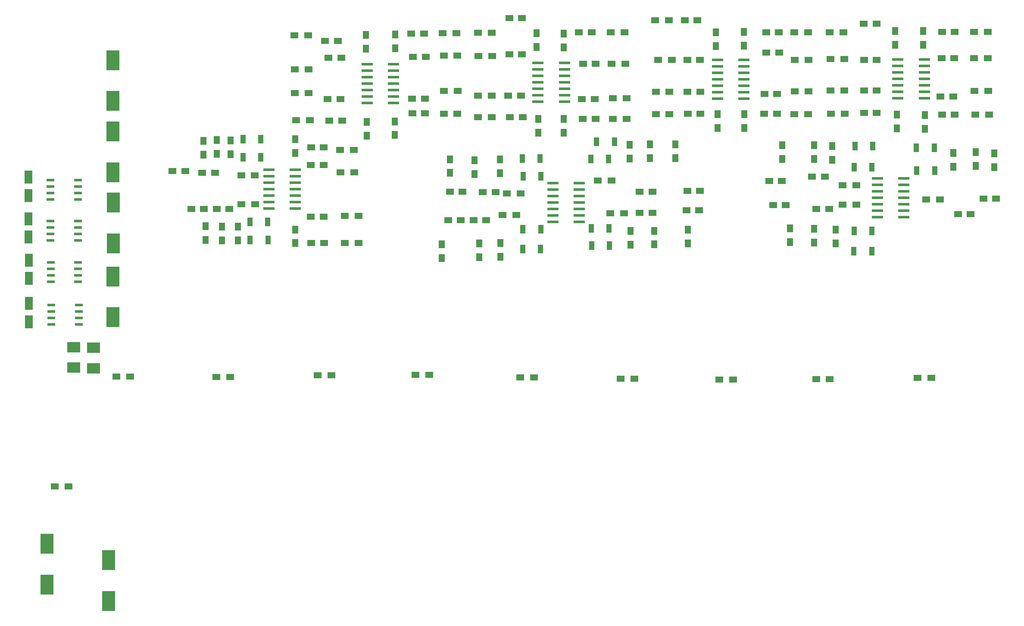
<source format=gbr>
G04 #@! TF.FileFunction,Paste,Bot*
%FSLAX46Y46*%
G04 Gerber Fmt 4.6, Leading zero omitted, Abs format (unit mm)*
G04 Created by KiCad (PCBNEW 4.0.7) date 06/13/18 12:32:35*
%MOMM*%
%LPD*%
G01*
G04 APERTURE LIST*
%ADD10C,0.100000*%
%ADD11R,2.200000X0.600000*%
%ADD12R,1.000000X1.750000*%
%ADD13R,1.500000X1.300000*%
%ADD14R,1.550000X0.600000*%
%ADD15R,1.300000X1.500000*%
%ADD16R,2.500000X4.000000*%
%ADD17R,1.500000X1.250000*%
%ADD18R,1.600000X2.600000*%
%ADD19R,2.500000X2.000000*%
G04 APERTURE END LIST*
D10*
D11*
X189250000Y-81020000D03*
X184050000Y-81020000D03*
X189250000Y-79750000D03*
X189250000Y-82290000D03*
X189250000Y-83560000D03*
X184050000Y-79750000D03*
X184050000Y-82290000D03*
X184050000Y-83560000D03*
X189250000Y-86100000D03*
X184050000Y-86100000D03*
X189250000Y-84830000D03*
X189250000Y-87370000D03*
X184050000Y-84830000D03*
X184050000Y-87370000D03*
D12*
X283375000Y-95825000D03*
X279875000Y-95825000D03*
D13*
X303400000Y-85000000D03*
X306100000Y-85000000D03*
D11*
X284281000Y-108575000D03*
X289481000Y-108575000D03*
X284281000Y-109845000D03*
X284281000Y-107305000D03*
X284281000Y-106035000D03*
X289481000Y-109845000D03*
X289481000Y-107305000D03*
X289481000Y-106035000D03*
X284281000Y-103495000D03*
X289481000Y-103495000D03*
X284281000Y-104765000D03*
X284281000Y-102225000D03*
X289481000Y-104765000D03*
X289481000Y-102225000D03*
X220524152Y-109452988D03*
X225724152Y-109452988D03*
X220524152Y-110722988D03*
X220524152Y-108182988D03*
X220524152Y-106912988D03*
X225724152Y-110722988D03*
X225724152Y-108182988D03*
X225724152Y-106912988D03*
X220524152Y-104372988D03*
X225724152Y-104372988D03*
X220524152Y-105642988D03*
X220524152Y-103102988D03*
X225724152Y-105642988D03*
X225724152Y-103102988D03*
X169936000Y-101785000D03*
X164736000Y-101785000D03*
X169936000Y-100515000D03*
X169936000Y-103055000D03*
X169936000Y-104325000D03*
X164736000Y-100515000D03*
X164736000Y-103055000D03*
X164736000Y-104325000D03*
X169936000Y-106865000D03*
X164736000Y-106865000D03*
X169936000Y-105595000D03*
X169936000Y-108135000D03*
X164736000Y-105595000D03*
X164736000Y-108135000D03*
X293500000Y-80080000D03*
X288300000Y-80080000D03*
X293500000Y-78810000D03*
X293500000Y-81350000D03*
X293500000Y-82620000D03*
X288300000Y-78810000D03*
X288300000Y-81350000D03*
X288300000Y-82620000D03*
X293500000Y-85160000D03*
X288300000Y-85160000D03*
X293500000Y-83890000D03*
X293500000Y-86430000D03*
X288300000Y-83890000D03*
X288300000Y-86430000D03*
X258070859Y-80183030D03*
X252870859Y-80183030D03*
X258070859Y-78913030D03*
X258070859Y-81453030D03*
X258070859Y-82723030D03*
X252870859Y-78913030D03*
X252870859Y-81453030D03*
X252870859Y-82723030D03*
X258070859Y-85263030D03*
X252870859Y-85263030D03*
X258070859Y-83993030D03*
X258070859Y-86533030D03*
X252870859Y-83993030D03*
X252870859Y-86533030D03*
X222811000Y-80805000D03*
X217611000Y-80805000D03*
X222811000Y-79535000D03*
X222811000Y-82075000D03*
X222811000Y-83345000D03*
X217611000Y-79535000D03*
X217611000Y-82075000D03*
X217611000Y-83345000D03*
X222811000Y-85885000D03*
X217611000Y-85885000D03*
X222811000Y-84615000D03*
X222811000Y-87155000D03*
X217611000Y-84615000D03*
X217611000Y-87155000D03*
D14*
X121838600Y-106339200D03*
X121838600Y-105069200D03*
X121838600Y-103799200D03*
X121838600Y-102529200D03*
X127238600Y-102529200D03*
X127238600Y-103799200D03*
X127238600Y-105069200D03*
X127238600Y-106339200D03*
X121831000Y-114441800D03*
X121831000Y-113171800D03*
X121831000Y-111901800D03*
X121831000Y-110631800D03*
X127231000Y-110631800D03*
X127231000Y-111901800D03*
X127231000Y-113171800D03*
X127231000Y-114441800D03*
X121881800Y-122569800D03*
X121881800Y-121299800D03*
X121881800Y-120029800D03*
X121881800Y-118759800D03*
X127281800Y-118759800D03*
X127281800Y-120029800D03*
X127281800Y-121299800D03*
X127281800Y-122569800D03*
X122034200Y-130951800D03*
X122034200Y-129681800D03*
X122034200Y-128411800D03*
X122034200Y-127141800D03*
X127434200Y-127141800D03*
X127434200Y-128411800D03*
X127434200Y-129681800D03*
X127434200Y-130951800D03*
D13*
X294900000Y-141400000D03*
X292200000Y-141400000D03*
X255929000Y-141746800D03*
X253229000Y-141746800D03*
X274950000Y-141700000D03*
X272250000Y-141700000D03*
X122660000Y-162710000D03*
X125360000Y-162710000D03*
X236574200Y-141594400D03*
X233874200Y-141594400D03*
X177036600Y-140934000D03*
X174336600Y-140934000D03*
X216813000Y-141289600D03*
X214113000Y-141289600D03*
X157123000Y-141238800D03*
X154423000Y-141238800D03*
X196217400Y-140781600D03*
X193517400Y-140781600D03*
X137463400Y-141188000D03*
X134763400Y-141188000D03*
D15*
X307220000Y-99970000D03*
X307220000Y-97270000D03*
X265610000Y-98360000D03*
X265610000Y-95660000D03*
X303640000Y-99740000D03*
X303640000Y-97040000D03*
X271875000Y-98400000D03*
X271875000Y-95700000D03*
X299200000Y-97200000D03*
X299200000Y-99900000D03*
X275400000Y-95900000D03*
X275400000Y-98600000D03*
D13*
X293880000Y-106370000D03*
X296580000Y-106370000D03*
X280150000Y-103575000D03*
X277450000Y-103575000D03*
D15*
X267150000Y-112025000D03*
X267150000Y-114725000D03*
X247025000Y-112275000D03*
X247025000Y-114975000D03*
X244620000Y-98210000D03*
X244620000Y-95510000D03*
X271825000Y-112150000D03*
X271825000Y-114850000D03*
X240425000Y-112500000D03*
X240425000Y-115200000D03*
X239580000Y-98210000D03*
X239580000Y-95510000D03*
X276075000Y-115000000D03*
X276075000Y-112300000D03*
X235800000Y-115275000D03*
X235800000Y-112575000D03*
X235630000Y-95610000D03*
X235630000Y-98310000D03*
D13*
X280150000Y-107350000D03*
X277450000Y-107350000D03*
X231810000Y-109070000D03*
X234510000Y-109070000D03*
X229370000Y-102620000D03*
X232070000Y-102620000D03*
D15*
X200325000Y-101150000D03*
X200325000Y-98450000D03*
X198725000Y-115175000D03*
X198725000Y-117875000D03*
X151850000Y-97550000D03*
X151850000Y-94850000D03*
X152300000Y-111650000D03*
X152300000Y-114350000D03*
X205175000Y-101375000D03*
X205175000Y-98675000D03*
X206050000Y-115000000D03*
X206050000Y-117700000D03*
X154500000Y-97400000D03*
X154500000Y-94700000D03*
X155550000Y-111700000D03*
X155550000Y-114400000D03*
X210150000Y-98525000D03*
X210150000Y-101225000D03*
X210200000Y-117650000D03*
X210200000Y-114950000D03*
X157250000Y-94800000D03*
X157250000Y-97500000D03*
X158650000Y-114400000D03*
X158650000Y-111700000D03*
D13*
X214220000Y-105210000D03*
X211520000Y-105210000D03*
X213380000Y-109370000D03*
X210680000Y-109370000D03*
X162000000Y-101600000D03*
X159300000Y-101600000D03*
X162050000Y-107250000D03*
X159350000Y-107250000D03*
D15*
X169950000Y-112250000D03*
X169950000Y-114950000D03*
D13*
X182400000Y-114950000D03*
X179700000Y-114950000D03*
X179650000Y-109550000D03*
X182350000Y-109550000D03*
D15*
X169950000Y-94500000D03*
X169950000Y-97200000D03*
D13*
X181450000Y-96650000D03*
X178750000Y-96650000D03*
X178800000Y-101050000D03*
X181500000Y-101050000D03*
D15*
X287750000Y-73250000D03*
X287750000Y-75950000D03*
D13*
X274950000Y-73550000D03*
X277650000Y-73550000D03*
X277750000Y-78750000D03*
X275050000Y-78750000D03*
D15*
X288150000Y-92350000D03*
X288150000Y-89650000D03*
D13*
X275100000Y-84950000D03*
X277800000Y-84950000D03*
X277900000Y-89550000D03*
X275200000Y-89550000D03*
D15*
X293600000Y-89750000D03*
X293600000Y-92450000D03*
D13*
X306250000Y-89700000D03*
X303550000Y-89700000D03*
D15*
X293300000Y-75950000D03*
X293300000Y-73250000D03*
D13*
X306000000Y-73400000D03*
X303300000Y-73400000D03*
X303250000Y-78550000D03*
X305950000Y-78550000D03*
D15*
X252550000Y-73500000D03*
X252550000Y-76200000D03*
D13*
X241250000Y-78950000D03*
X243950000Y-78950000D03*
X243340000Y-71170000D03*
X240640000Y-71170000D03*
D15*
X252900000Y-92300000D03*
X252900000Y-89600000D03*
D13*
X240750000Y-89600000D03*
X243450000Y-89600000D03*
X243450000Y-85200000D03*
X240750000Y-85200000D03*
D15*
X258150000Y-92300000D03*
X258150000Y-89600000D03*
D13*
X270750000Y-85100000D03*
X268050000Y-85100000D03*
X268000000Y-89600000D03*
X270700000Y-89600000D03*
D15*
X258050000Y-73450000D03*
X258050000Y-76150000D03*
D13*
X270700000Y-73550000D03*
X268000000Y-73550000D03*
X268050000Y-78900000D03*
X270750000Y-78900000D03*
D15*
X217350000Y-73700000D03*
X217350000Y-76400000D03*
D13*
X205850000Y-73600000D03*
X208550000Y-73600000D03*
X205950000Y-78150000D03*
X208650000Y-78150000D03*
D15*
X217650000Y-93250000D03*
X217650000Y-90550000D03*
D13*
X205800000Y-85950000D03*
X208500000Y-85950000D03*
X208500000Y-90150000D03*
X205800000Y-90150000D03*
D15*
X222700000Y-93250000D03*
X222700000Y-90550000D03*
D13*
X235050000Y-90500000D03*
X232350000Y-90500000D03*
X232300000Y-86450000D03*
X235000000Y-86450000D03*
D15*
X222700000Y-73750000D03*
X222700000Y-76450000D03*
D13*
X234800000Y-79650000D03*
X232100000Y-79650000D03*
X231900000Y-73550000D03*
X234600000Y-73550000D03*
D15*
X183800000Y-74050000D03*
X183800000Y-76750000D03*
D13*
X169750000Y-74100000D03*
X172450000Y-74100000D03*
X172550000Y-80750000D03*
X169850000Y-80750000D03*
D15*
X183950000Y-93800000D03*
X183950000Y-91100000D03*
D13*
X169850000Y-85450000D03*
X172550000Y-85450000D03*
X172800000Y-90800000D03*
X170100000Y-90800000D03*
D15*
X189450000Y-91000000D03*
X189450000Y-93700000D03*
D13*
X199100000Y-89500000D03*
X201800000Y-89500000D03*
X199150000Y-85050000D03*
X201850000Y-85050000D03*
D15*
X189550000Y-76650000D03*
X189550000Y-73950000D03*
D13*
X198900000Y-73700000D03*
X201600000Y-73700000D03*
X199100000Y-78100000D03*
X201800000Y-78100000D03*
D12*
X291950000Y-96225000D03*
X295450000Y-96225000D03*
X295550000Y-100660000D03*
X292050000Y-100660000D03*
X279725000Y-100050000D03*
X283225000Y-100050000D03*
X283175000Y-116525000D03*
X279675000Y-116525000D03*
X228149152Y-115427988D03*
X231649152Y-115427988D03*
X229136000Y-94996000D03*
X232636000Y-94996000D03*
X279725000Y-112500000D03*
X283225000Y-112500000D03*
X231574152Y-112052988D03*
X228074152Y-112052988D03*
X231520000Y-98400000D03*
X228020000Y-98400000D03*
X218050000Y-98325000D03*
X214550000Y-98325000D03*
X218125000Y-116075000D03*
X214625000Y-116075000D03*
X214699152Y-101777988D03*
X218199152Y-101777988D03*
X164550000Y-114350000D03*
X161050000Y-114350000D03*
X214650000Y-112175000D03*
X218150000Y-112175000D03*
X163150000Y-94500000D03*
X159650000Y-94500000D03*
X159650000Y-98050000D03*
X163150000Y-98050000D03*
X161000000Y-110750000D03*
X164500000Y-110750000D03*
D16*
X133268600Y-185250000D03*
X133268600Y-177250000D03*
X121190000Y-174040000D03*
X121190000Y-182040000D03*
D17*
X305110000Y-106150000D03*
X307610000Y-106150000D03*
X263030000Y-102760000D03*
X265530000Y-102760000D03*
X302640000Y-109260000D03*
X300140000Y-109260000D03*
X273940000Y-101880000D03*
X271440000Y-101880000D03*
X263800000Y-107430000D03*
X266300000Y-107430000D03*
X249290000Y-108500000D03*
X246790000Y-108500000D03*
X249450000Y-104680000D03*
X246950000Y-104680000D03*
X274810000Y-108260000D03*
X272310000Y-108260000D03*
X237575000Y-108950000D03*
X240075000Y-108950000D03*
X237575000Y-104850000D03*
X240075000Y-104850000D03*
X200300000Y-104850000D03*
X202800000Y-104850000D03*
X199975000Y-110400000D03*
X202475000Y-110400000D03*
X148316000Y-100750000D03*
X145816000Y-100750000D03*
X149500000Y-108200000D03*
X152000000Y-108200000D03*
X209260000Y-104890000D03*
X206760000Y-104890000D03*
X207450000Y-110460000D03*
X204950000Y-110460000D03*
X154158000Y-101092000D03*
X151658000Y-101092000D03*
X157000000Y-108200000D03*
X154500000Y-108200000D03*
X173000000Y-109750000D03*
X175500000Y-109750000D03*
X173100000Y-114950000D03*
X175600000Y-114950000D03*
X173050000Y-96125000D03*
X175550000Y-96125000D03*
X173000000Y-99600000D03*
X175500000Y-99600000D03*
X284150000Y-78900000D03*
X281650000Y-78900000D03*
X284110000Y-71790000D03*
X281610000Y-71790000D03*
X284150000Y-89350000D03*
X281650000Y-89350000D03*
X284150000Y-84950000D03*
X281650000Y-84950000D03*
X297000000Y-89700000D03*
X299500000Y-89700000D03*
X296672000Y-86106000D03*
X299172000Y-86106000D03*
X296900000Y-78550000D03*
X299400000Y-78550000D03*
X297000000Y-73400000D03*
X299500000Y-73400000D03*
X249450000Y-78950000D03*
X246950000Y-78950000D03*
X248960000Y-71130000D03*
X246460000Y-71130000D03*
X249550000Y-89550000D03*
X247050000Y-89550000D03*
X249500000Y-85200000D03*
X247000000Y-85200000D03*
X262050000Y-89500000D03*
X264550000Y-89500000D03*
X262100000Y-85598000D03*
X264600000Y-85598000D03*
X262500000Y-77470000D03*
X265000000Y-77470000D03*
X262450000Y-73550000D03*
X264950000Y-73550000D03*
X214500000Y-77800000D03*
X212000000Y-77800000D03*
X214480000Y-70690000D03*
X211980000Y-70690000D03*
X214600000Y-90150000D03*
X212100000Y-90150000D03*
X214250000Y-85950000D03*
X211750000Y-85950000D03*
X226400000Y-90500000D03*
X228900000Y-90500000D03*
X226250000Y-86600000D03*
X228750000Y-86600000D03*
X225650000Y-73550000D03*
X228150000Y-73550000D03*
X226450000Y-79650000D03*
X228950000Y-79650000D03*
X178288000Y-75184000D03*
X175788000Y-75184000D03*
X178950000Y-78486000D03*
X176450000Y-78486000D03*
X178796000Y-86614000D03*
X176296000Y-86614000D03*
X179150000Y-90850000D03*
X176650000Y-90850000D03*
D16*
X134132200Y-121504000D03*
X134132200Y-129504000D03*
X134081400Y-86984400D03*
X134081400Y-78984400D03*
X134233800Y-106975200D03*
X134233800Y-114975200D03*
X134132200Y-101005200D03*
X134132200Y-93005200D03*
D18*
X117520600Y-105577200D03*
X117520600Y-101977200D03*
X117520600Y-113749200D03*
X117520600Y-110149200D03*
X117571400Y-121884000D03*
X117571400Y-118284000D03*
X117571400Y-130367600D03*
X117571400Y-126767600D03*
D19*
X126410600Y-135378000D03*
X126410600Y-139378000D03*
X130322200Y-139511600D03*
X130322200Y-135511600D03*
D17*
X192890000Y-86520000D03*
X195390000Y-86520000D03*
X192950000Y-89450000D03*
X195450000Y-89450000D03*
X192700000Y-73750000D03*
X195200000Y-73750000D03*
X193050000Y-78300000D03*
X195550000Y-78300000D03*
M02*

</source>
